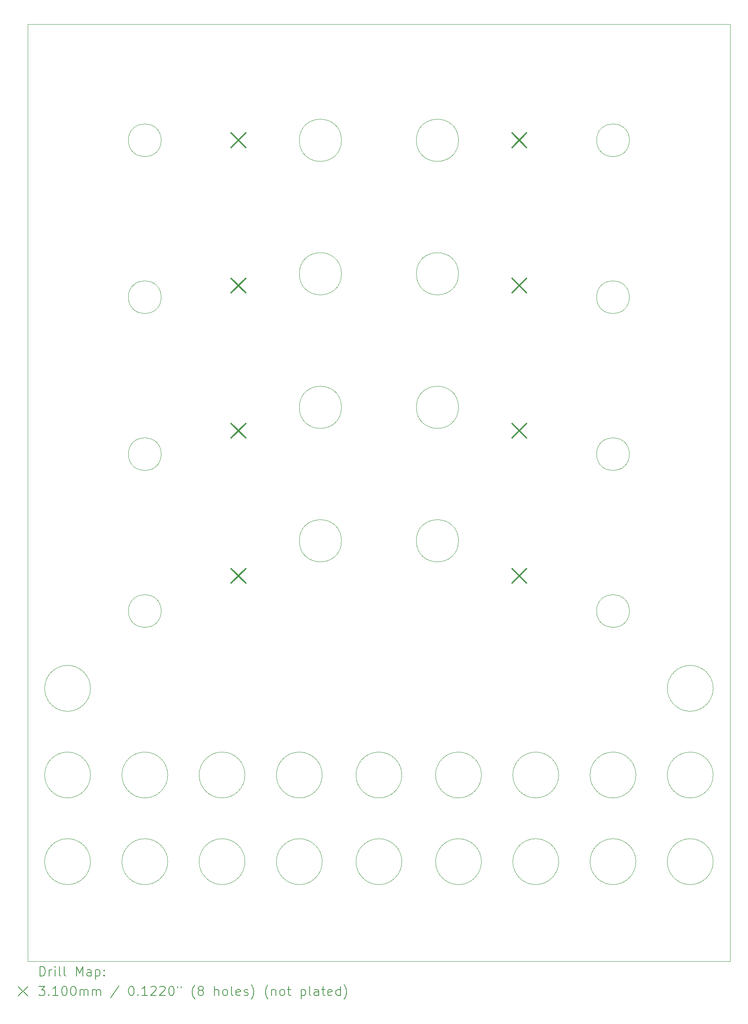
<source format=gbr>
%TF.GenerationSoftware,KiCad,Pcbnew,9.0.4*%
%TF.CreationDate,2025-10-03T19:57:34+02:00*%
%TF.ProjectId,DMH_VCEG_PANEL,444d485f-5643-4454-975f-50414e454c2e,rev?*%
%TF.SameCoordinates,Original*%
%TF.FileFunction,Drillmap*%
%TF.FilePolarity,Positive*%
%FSLAX45Y45*%
G04 Gerber Fmt 4.5, Leading zero omitted, Abs format (unit mm)*
G04 Created by KiCad (PCBNEW 9.0.4) date 2025-10-03 19:57:34*
%MOMM*%
%LPD*%
G01*
G04 APERTURE LIST*
%ADD10C,0.050000*%
%ADD11C,0.200000*%
%ADD12C,0.310000*%
G04 APERTURE END LIST*
D10*
X2500000Y-3000000D02*
X17500000Y-3000000D01*
X17500000Y-23000000D01*
X2500000Y-23000000D01*
X2500000Y-3000000D01*
X15350000Y-8825000D02*
G75*
G02*
X14650000Y-8825000I-350000J0D01*
G01*
X14650000Y-8825000D02*
G75*
G02*
X15350000Y-8825000I350000J0D01*
G01*
X9200000Y-5475000D02*
G75*
G02*
X8300000Y-5475000I-450000J0D01*
G01*
X8300000Y-5475000D02*
G75*
G02*
X9200000Y-5475000I450000J0D01*
G01*
X12190000Y-20875000D02*
G75*
G02*
X11210000Y-20875000I-490000J0D01*
G01*
X11210000Y-20875000D02*
G75*
G02*
X12190000Y-20875000I490000J0D01*
G01*
X9200000Y-14025000D02*
G75*
G02*
X8300000Y-14025000I-450000J0D01*
G01*
X8300000Y-14025000D02*
G75*
G02*
X9200000Y-14025000I450000J0D01*
G01*
X9200000Y-8325000D02*
G75*
G02*
X8300000Y-8325000I-450000J0D01*
G01*
X8300000Y-8325000D02*
G75*
G02*
X9200000Y-8325000I450000J0D01*
G01*
X5350000Y-15525000D02*
G75*
G02*
X4650000Y-15525000I-350000J0D01*
G01*
X4650000Y-15525000D02*
G75*
G02*
X5350000Y-15525000I350000J0D01*
G01*
X11700000Y-11175000D02*
G75*
G02*
X10800000Y-11175000I-450000J0D01*
G01*
X10800000Y-11175000D02*
G75*
G02*
X11700000Y-11175000I450000J0D01*
G01*
X3840000Y-19025000D02*
G75*
G02*
X2860000Y-19025000I-490000J0D01*
G01*
X2860000Y-19025000D02*
G75*
G02*
X3840000Y-19025000I490000J0D01*
G01*
X11700000Y-8325000D02*
G75*
G02*
X10800000Y-8325000I-450000J0D01*
G01*
X10800000Y-8325000D02*
G75*
G02*
X11700000Y-8325000I450000J0D01*
G01*
X5350000Y-12175000D02*
G75*
G02*
X4650000Y-12175000I-350000J0D01*
G01*
X4650000Y-12175000D02*
G75*
G02*
X5350000Y-12175000I350000J0D01*
G01*
X7140000Y-20875000D02*
G75*
G02*
X6160000Y-20875000I-490000J0D01*
G01*
X6160000Y-20875000D02*
G75*
G02*
X7140000Y-20875000I490000J0D01*
G01*
X15490000Y-19025000D02*
G75*
G02*
X14510000Y-19025000I-490000J0D01*
G01*
X14510000Y-19025000D02*
G75*
G02*
X15490000Y-19025000I490000J0D01*
G01*
X13840000Y-19025000D02*
G75*
G02*
X12860000Y-19025000I-490000J0D01*
G01*
X12860000Y-19025000D02*
G75*
G02*
X13840000Y-19025000I490000J0D01*
G01*
X15350000Y-12175000D02*
G75*
G02*
X14650000Y-12175000I-350000J0D01*
G01*
X14650000Y-12175000D02*
G75*
G02*
X15350000Y-12175000I350000J0D01*
G01*
X15490000Y-20875000D02*
G75*
G02*
X14510000Y-20875000I-490000J0D01*
G01*
X14510000Y-20875000D02*
G75*
G02*
X15490000Y-20875000I490000J0D01*
G01*
X12190000Y-19025000D02*
G75*
G02*
X11210000Y-19025000I-490000J0D01*
G01*
X11210000Y-19025000D02*
G75*
G02*
X12190000Y-19025000I490000J0D01*
G01*
X10490000Y-19025000D02*
G75*
G02*
X9510000Y-19025000I-490000J0D01*
G01*
X9510000Y-19025000D02*
G75*
G02*
X10490000Y-19025000I490000J0D01*
G01*
X15350000Y-15525000D02*
G75*
G02*
X14650000Y-15525000I-350000J0D01*
G01*
X14650000Y-15525000D02*
G75*
G02*
X15350000Y-15525000I350000J0D01*
G01*
X9200000Y-11175000D02*
G75*
G02*
X8300000Y-11175000I-450000J0D01*
G01*
X8300000Y-11175000D02*
G75*
G02*
X9200000Y-11175000I450000J0D01*
G01*
X17140000Y-20875000D02*
G75*
G02*
X16160000Y-20875000I-490000J0D01*
G01*
X16160000Y-20875000D02*
G75*
G02*
X17140000Y-20875000I490000J0D01*
G01*
X15350000Y-5475000D02*
G75*
G02*
X14650000Y-5475000I-350000J0D01*
G01*
X14650000Y-5475000D02*
G75*
G02*
X15350000Y-5475000I350000J0D01*
G01*
X17140000Y-19025000D02*
G75*
G02*
X16160000Y-19025000I-490000J0D01*
G01*
X16160000Y-19025000D02*
G75*
G02*
X17140000Y-19025000I490000J0D01*
G01*
X5350000Y-8825000D02*
G75*
G02*
X4650000Y-8825000I-350000J0D01*
G01*
X4650000Y-8825000D02*
G75*
G02*
X5350000Y-8825000I350000J0D01*
G01*
X7140000Y-19025000D02*
G75*
G02*
X6160000Y-19025000I-490000J0D01*
G01*
X6160000Y-19025000D02*
G75*
G02*
X7140000Y-19025000I490000J0D01*
G01*
X8790000Y-19025000D02*
G75*
G02*
X7810000Y-19025000I-490000J0D01*
G01*
X7810000Y-19025000D02*
G75*
G02*
X8790000Y-19025000I490000J0D01*
G01*
X17140000Y-17175000D02*
G75*
G02*
X16160000Y-17175000I-490000J0D01*
G01*
X16160000Y-17175000D02*
G75*
G02*
X17140000Y-17175000I490000J0D01*
G01*
X5490000Y-19025000D02*
G75*
G02*
X4510000Y-19025000I-490000J0D01*
G01*
X4510000Y-19025000D02*
G75*
G02*
X5490000Y-19025000I490000J0D01*
G01*
X3840000Y-17175000D02*
G75*
G02*
X2860000Y-17175000I-490000J0D01*
G01*
X2860000Y-17175000D02*
G75*
G02*
X3840000Y-17175000I490000J0D01*
G01*
X11700000Y-14025000D02*
G75*
G02*
X10800000Y-14025000I-450000J0D01*
G01*
X10800000Y-14025000D02*
G75*
G02*
X11700000Y-14025000I450000J0D01*
G01*
X13840000Y-20875000D02*
G75*
G02*
X12860000Y-20875000I-490000J0D01*
G01*
X12860000Y-20875000D02*
G75*
G02*
X13840000Y-20875000I490000J0D01*
G01*
X10490000Y-20875000D02*
G75*
G02*
X9510000Y-20875000I-490000J0D01*
G01*
X9510000Y-20875000D02*
G75*
G02*
X10490000Y-20875000I490000J0D01*
G01*
X8790000Y-20875000D02*
G75*
G02*
X7810000Y-20875000I-490000J0D01*
G01*
X7810000Y-20875000D02*
G75*
G02*
X8790000Y-20875000I490000J0D01*
G01*
X11700000Y-5475000D02*
G75*
G02*
X10800000Y-5475000I-450000J0D01*
G01*
X10800000Y-5475000D02*
G75*
G02*
X11700000Y-5475000I450000J0D01*
G01*
X5490000Y-20875000D02*
G75*
G02*
X4510000Y-20875000I-490000J0D01*
G01*
X4510000Y-20875000D02*
G75*
G02*
X5490000Y-20875000I490000J0D01*
G01*
X5350000Y-5475000D02*
G75*
G02*
X4650000Y-5475000I-350000J0D01*
G01*
X4650000Y-5475000D02*
G75*
G02*
X5350000Y-5475000I350000J0D01*
G01*
X3840000Y-20875000D02*
G75*
G02*
X2860000Y-20875000I-490000J0D01*
G01*
X2860000Y-20875000D02*
G75*
G02*
X3840000Y-20875000I490000J0D01*
G01*
D11*
D12*
X6845000Y-5320000D02*
X7155000Y-5630000D01*
X7155000Y-5320000D02*
X6845000Y-5630000D01*
X6845000Y-8420000D02*
X7155000Y-8730000D01*
X7155000Y-8420000D02*
X6845000Y-8730000D01*
X6845000Y-11520000D02*
X7155000Y-11830000D01*
X7155000Y-11520000D02*
X6845000Y-11830000D01*
X6845000Y-14620000D02*
X7155000Y-14930000D01*
X7155000Y-14620000D02*
X6845000Y-14930000D01*
X12845000Y-5320000D02*
X13155000Y-5630000D01*
X13155000Y-5320000D02*
X12845000Y-5630000D01*
X12845000Y-8420000D02*
X13155000Y-8730000D01*
X13155000Y-8420000D02*
X12845000Y-8730000D01*
X12845000Y-11520000D02*
X13155000Y-11830000D01*
X13155000Y-11520000D02*
X12845000Y-11830000D01*
X12845000Y-14620000D02*
X13155000Y-14930000D01*
X13155000Y-14620000D02*
X12845000Y-14930000D01*
D11*
X2758277Y-23313984D02*
X2758277Y-23113984D01*
X2758277Y-23113984D02*
X2805896Y-23113984D01*
X2805896Y-23113984D02*
X2834467Y-23123508D01*
X2834467Y-23123508D02*
X2853515Y-23142555D01*
X2853515Y-23142555D02*
X2863039Y-23161603D01*
X2863039Y-23161603D02*
X2872562Y-23199698D01*
X2872562Y-23199698D02*
X2872562Y-23228269D01*
X2872562Y-23228269D02*
X2863039Y-23266365D01*
X2863039Y-23266365D02*
X2853515Y-23285412D01*
X2853515Y-23285412D02*
X2834467Y-23304460D01*
X2834467Y-23304460D02*
X2805896Y-23313984D01*
X2805896Y-23313984D02*
X2758277Y-23313984D01*
X2958277Y-23313984D02*
X2958277Y-23180650D01*
X2958277Y-23218746D02*
X2967801Y-23199698D01*
X2967801Y-23199698D02*
X2977324Y-23190174D01*
X2977324Y-23190174D02*
X2996372Y-23180650D01*
X2996372Y-23180650D02*
X3015420Y-23180650D01*
X3082086Y-23313984D02*
X3082086Y-23180650D01*
X3082086Y-23113984D02*
X3072562Y-23123508D01*
X3072562Y-23123508D02*
X3082086Y-23133031D01*
X3082086Y-23133031D02*
X3091610Y-23123508D01*
X3091610Y-23123508D02*
X3082086Y-23113984D01*
X3082086Y-23113984D02*
X3082086Y-23133031D01*
X3205896Y-23313984D02*
X3186848Y-23304460D01*
X3186848Y-23304460D02*
X3177324Y-23285412D01*
X3177324Y-23285412D02*
X3177324Y-23113984D01*
X3310658Y-23313984D02*
X3291610Y-23304460D01*
X3291610Y-23304460D02*
X3282086Y-23285412D01*
X3282086Y-23285412D02*
X3282086Y-23113984D01*
X3539229Y-23313984D02*
X3539229Y-23113984D01*
X3539229Y-23113984D02*
X3605896Y-23256841D01*
X3605896Y-23256841D02*
X3672562Y-23113984D01*
X3672562Y-23113984D02*
X3672562Y-23313984D01*
X3853515Y-23313984D02*
X3853515Y-23209222D01*
X3853515Y-23209222D02*
X3843991Y-23190174D01*
X3843991Y-23190174D02*
X3824943Y-23180650D01*
X3824943Y-23180650D02*
X3786848Y-23180650D01*
X3786848Y-23180650D02*
X3767801Y-23190174D01*
X3853515Y-23304460D02*
X3834467Y-23313984D01*
X3834467Y-23313984D02*
X3786848Y-23313984D01*
X3786848Y-23313984D02*
X3767801Y-23304460D01*
X3767801Y-23304460D02*
X3758277Y-23285412D01*
X3758277Y-23285412D02*
X3758277Y-23266365D01*
X3758277Y-23266365D02*
X3767801Y-23247317D01*
X3767801Y-23247317D02*
X3786848Y-23237793D01*
X3786848Y-23237793D02*
X3834467Y-23237793D01*
X3834467Y-23237793D02*
X3853515Y-23228269D01*
X3948753Y-23180650D02*
X3948753Y-23380650D01*
X3948753Y-23190174D02*
X3967801Y-23180650D01*
X3967801Y-23180650D02*
X4005896Y-23180650D01*
X4005896Y-23180650D02*
X4024943Y-23190174D01*
X4024943Y-23190174D02*
X4034467Y-23199698D01*
X4034467Y-23199698D02*
X4043991Y-23218746D01*
X4043991Y-23218746D02*
X4043991Y-23275888D01*
X4043991Y-23275888D02*
X4034467Y-23294936D01*
X4034467Y-23294936D02*
X4024943Y-23304460D01*
X4024943Y-23304460D02*
X4005896Y-23313984D01*
X4005896Y-23313984D02*
X3967801Y-23313984D01*
X3967801Y-23313984D02*
X3948753Y-23304460D01*
X4129705Y-23294936D02*
X4139229Y-23304460D01*
X4139229Y-23304460D02*
X4129705Y-23313984D01*
X4129705Y-23313984D02*
X4120182Y-23304460D01*
X4120182Y-23304460D02*
X4129705Y-23294936D01*
X4129705Y-23294936D02*
X4129705Y-23313984D01*
X4129705Y-23190174D02*
X4139229Y-23199698D01*
X4139229Y-23199698D02*
X4129705Y-23209222D01*
X4129705Y-23209222D02*
X4120182Y-23199698D01*
X4120182Y-23199698D02*
X4129705Y-23190174D01*
X4129705Y-23190174D02*
X4129705Y-23209222D01*
X2297500Y-23542500D02*
X2497500Y-23742500D01*
X2497500Y-23542500D02*
X2297500Y-23742500D01*
X2739229Y-23533984D02*
X2863039Y-23533984D01*
X2863039Y-23533984D02*
X2796372Y-23610174D01*
X2796372Y-23610174D02*
X2824943Y-23610174D01*
X2824943Y-23610174D02*
X2843991Y-23619698D01*
X2843991Y-23619698D02*
X2853515Y-23629222D01*
X2853515Y-23629222D02*
X2863039Y-23648269D01*
X2863039Y-23648269D02*
X2863039Y-23695888D01*
X2863039Y-23695888D02*
X2853515Y-23714936D01*
X2853515Y-23714936D02*
X2843991Y-23724460D01*
X2843991Y-23724460D02*
X2824943Y-23733984D01*
X2824943Y-23733984D02*
X2767801Y-23733984D01*
X2767801Y-23733984D02*
X2748753Y-23724460D01*
X2748753Y-23724460D02*
X2739229Y-23714936D01*
X2948753Y-23714936D02*
X2958277Y-23724460D01*
X2958277Y-23724460D02*
X2948753Y-23733984D01*
X2948753Y-23733984D02*
X2939229Y-23724460D01*
X2939229Y-23724460D02*
X2948753Y-23714936D01*
X2948753Y-23714936D02*
X2948753Y-23733984D01*
X3148753Y-23733984D02*
X3034467Y-23733984D01*
X3091610Y-23733984D02*
X3091610Y-23533984D01*
X3091610Y-23533984D02*
X3072562Y-23562555D01*
X3072562Y-23562555D02*
X3053515Y-23581603D01*
X3053515Y-23581603D02*
X3034467Y-23591127D01*
X3272562Y-23533984D02*
X3291610Y-23533984D01*
X3291610Y-23533984D02*
X3310658Y-23543508D01*
X3310658Y-23543508D02*
X3320182Y-23553031D01*
X3320182Y-23553031D02*
X3329705Y-23572079D01*
X3329705Y-23572079D02*
X3339229Y-23610174D01*
X3339229Y-23610174D02*
X3339229Y-23657793D01*
X3339229Y-23657793D02*
X3329705Y-23695888D01*
X3329705Y-23695888D02*
X3320182Y-23714936D01*
X3320182Y-23714936D02*
X3310658Y-23724460D01*
X3310658Y-23724460D02*
X3291610Y-23733984D01*
X3291610Y-23733984D02*
X3272562Y-23733984D01*
X3272562Y-23733984D02*
X3253515Y-23724460D01*
X3253515Y-23724460D02*
X3243991Y-23714936D01*
X3243991Y-23714936D02*
X3234467Y-23695888D01*
X3234467Y-23695888D02*
X3224943Y-23657793D01*
X3224943Y-23657793D02*
X3224943Y-23610174D01*
X3224943Y-23610174D02*
X3234467Y-23572079D01*
X3234467Y-23572079D02*
X3243991Y-23553031D01*
X3243991Y-23553031D02*
X3253515Y-23543508D01*
X3253515Y-23543508D02*
X3272562Y-23533984D01*
X3463039Y-23533984D02*
X3482086Y-23533984D01*
X3482086Y-23533984D02*
X3501134Y-23543508D01*
X3501134Y-23543508D02*
X3510658Y-23553031D01*
X3510658Y-23553031D02*
X3520182Y-23572079D01*
X3520182Y-23572079D02*
X3529705Y-23610174D01*
X3529705Y-23610174D02*
X3529705Y-23657793D01*
X3529705Y-23657793D02*
X3520182Y-23695888D01*
X3520182Y-23695888D02*
X3510658Y-23714936D01*
X3510658Y-23714936D02*
X3501134Y-23724460D01*
X3501134Y-23724460D02*
X3482086Y-23733984D01*
X3482086Y-23733984D02*
X3463039Y-23733984D01*
X3463039Y-23733984D02*
X3443991Y-23724460D01*
X3443991Y-23724460D02*
X3434467Y-23714936D01*
X3434467Y-23714936D02*
X3424943Y-23695888D01*
X3424943Y-23695888D02*
X3415420Y-23657793D01*
X3415420Y-23657793D02*
X3415420Y-23610174D01*
X3415420Y-23610174D02*
X3424943Y-23572079D01*
X3424943Y-23572079D02*
X3434467Y-23553031D01*
X3434467Y-23553031D02*
X3443991Y-23543508D01*
X3443991Y-23543508D02*
X3463039Y-23533984D01*
X3615420Y-23733984D02*
X3615420Y-23600650D01*
X3615420Y-23619698D02*
X3624943Y-23610174D01*
X3624943Y-23610174D02*
X3643991Y-23600650D01*
X3643991Y-23600650D02*
X3672563Y-23600650D01*
X3672563Y-23600650D02*
X3691610Y-23610174D01*
X3691610Y-23610174D02*
X3701134Y-23629222D01*
X3701134Y-23629222D02*
X3701134Y-23733984D01*
X3701134Y-23629222D02*
X3710658Y-23610174D01*
X3710658Y-23610174D02*
X3729705Y-23600650D01*
X3729705Y-23600650D02*
X3758277Y-23600650D01*
X3758277Y-23600650D02*
X3777324Y-23610174D01*
X3777324Y-23610174D02*
X3786848Y-23629222D01*
X3786848Y-23629222D02*
X3786848Y-23733984D01*
X3882086Y-23733984D02*
X3882086Y-23600650D01*
X3882086Y-23619698D02*
X3891610Y-23610174D01*
X3891610Y-23610174D02*
X3910658Y-23600650D01*
X3910658Y-23600650D02*
X3939229Y-23600650D01*
X3939229Y-23600650D02*
X3958277Y-23610174D01*
X3958277Y-23610174D02*
X3967801Y-23629222D01*
X3967801Y-23629222D02*
X3967801Y-23733984D01*
X3967801Y-23629222D02*
X3977324Y-23610174D01*
X3977324Y-23610174D02*
X3996372Y-23600650D01*
X3996372Y-23600650D02*
X4024943Y-23600650D01*
X4024943Y-23600650D02*
X4043991Y-23610174D01*
X4043991Y-23610174D02*
X4053515Y-23629222D01*
X4053515Y-23629222D02*
X4053515Y-23733984D01*
X4443991Y-23524460D02*
X4272563Y-23781603D01*
X4701134Y-23533984D02*
X4720182Y-23533984D01*
X4720182Y-23533984D02*
X4739229Y-23543508D01*
X4739229Y-23543508D02*
X4748753Y-23553031D01*
X4748753Y-23553031D02*
X4758277Y-23572079D01*
X4758277Y-23572079D02*
X4767801Y-23610174D01*
X4767801Y-23610174D02*
X4767801Y-23657793D01*
X4767801Y-23657793D02*
X4758277Y-23695888D01*
X4758277Y-23695888D02*
X4748753Y-23714936D01*
X4748753Y-23714936D02*
X4739229Y-23724460D01*
X4739229Y-23724460D02*
X4720182Y-23733984D01*
X4720182Y-23733984D02*
X4701134Y-23733984D01*
X4701134Y-23733984D02*
X4682087Y-23724460D01*
X4682087Y-23724460D02*
X4672563Y-23714936D01*
X4672563Y-23714936D02*
X4663039Y-23695888D01*
X4663039Y-23695888D02*
X4653515Y-23657793D01*
X4653515Y-23657793D02*
X4653515Y-23610174D01*
X4653515Y-23610174D02*
X4663039Y-23572079D01*
X4663039Y-23572079D02*
X4672563Y-23553031D01*
X4672563Y-23553031D02*
X4682087Y-23543508D01*
X4682087Y-23543508D02*
X4701134Y-23533984D01*
X4853515Y-23714936D02*
X4863039Y-23724460D01*
X4863039Y-23724460D02*
X4853515Y-23733984D01*
X4853515Y-23733984D02*
X4843991Y-23724460D01*
X4843991Y-23724460D02*
X4853515Y-23714936D01*
X4853515Y-23714936D02*
X4853515Y-23733984D01*
X5053515Y-23733984D02*
X4939229Y-23733984D01*
X4996372Y-23733984D02*
X4996372Y-23533984D01*
X4996372Y-23533984D02*
X4977325Y-23562555D01*
X4977325Y-23562555D02*
X4958277Y-23581603D01*
X4958277Y-23581603D02*
X4939229Y-23591127D01*
X5129706Y-23553031D02*
X5139229Y-23543508D01*
X5139229Y-23543508D02*
X5158277Y-23533984D01*
X5158277Y-23533984D02*
X5205896Y-23533984D01*
X5205896Y-23533984D02*
X5224944Y-23543508D01*
X5224944Y-23543508D02*
X5234468Y-23553031D01*
X5234468Y-23553031D02*
X5243991Y-23572079D01*
X5243991Y-23572079D02*
X5243991Y-23591127D01*
X5243991Y-23591127D02*
X5234468Y-23619698D01*
X5234468Y-23619698D02*
X5120182Y-23733984D01*
X5120182Y-23733984D02*
X5243991Y-23733984D01*
X5320182Y-23553031D02*
X5329706Y-23543508D01*
X5329706Y-23543508D02*
X5348753Y-23533984D01*
X5348753Y-23533984D02*
X5396372Y-23533984D01*
X5396372Y-23533984D02*
X5415420Y-23543508D01*
X5415420Y-23543508D02*
X5424944Y-23553031D01*
X5424944Y-23553031D02*
X5434468Y-23572079D01*
X5434468Y-23572079D02*
X5434468Y-23591127D01*
X5434468Y-23591127D02*
X5424944Y-23619698D01*
X5424944Y-23619698D02*
X5310658Y-23733984D01*
X5310658Y-23733984D02*
X5434468Y-23733984D01*
X5558277Y-23533984D02*
X5577325Y-23533984D01*
X5577325Y-23533984D02*
X5596372Y-23543508D01*
X5596372Y-23543508D02*
X5605896Y-23553031D01*
X5605896Y-23553031D02*
X5615420Y-23572079D01*
X5615420Y-23572079D02*
X5624944Y-23610174D01*
X5624944Y-23610174D02*
X5624944Y-23657793D01*
X5624944Y-23657793D02*
X5615420Y-23695888D01*
X5615420Y-23695888D02*
X5605896Y-23714936D01*
X5605896Y-23714936D02*
X5596372Y-23724460D01*
X5596372Y-23724460D02*
X5577325Y-23733984D01*
X5577325Y-23733984D02*
X5558277Y-23733984D01*
X5558277Y-23733984D02*
X5539229Y-23724460D01*
X5539229Y-23724460D02*
X5529706Y-23714936D01*
X5529706Y-23714936D02*
X5520182Y-23695888D01*
X5520182Y-23695888D02*
X5510658Y-23657793D01*
X5510658Y-23657793D02*
X5510658Y-23610174D01*
X5510658Y-23610174D02*
X5520182Y-23572079D01*
X5520182Y-23572079D02*
X5529706Y-23553031D01*
X5529706Y-23553031D02*
X5539229Y-23543508D01*
X5539229Y-23543508D02*
X5558277Y-23533984D01*
X5701134Y-23533984D02*
X5701134Y-23572079D01*
X5777325Y-23533984D02*
X5777325Y-23572079D01*
X6072563Y-23810174D02*
X6063039Y-23800650D01*
X6063039Y-23800650D02*
X6043991Y-23772079D01*
X6043991Y-23772079D02*
X6034468Y-23753031D01*
X6034468Y-23753031D02*
X6024944Y-23724460D01*
X6024944Y-23724460D02*
X6015420Y-23676841D01*
X6015420Y-23676841D02*
X6015420Y-23638746D01*
X6015420Y-23638746D02*
X6024944Y-23591127D01*
X6024944Y-23591127D02*
X6034468Y-23562555D01*
X6034468Y-23562555D02*
X6043991Y-23543508D01*
X6043991Y-23543508D02*
X6063039Y-23514936D01*
X6063039Y-23514936D02*
X6072563Y-23505412D01*
X6177325Y-23619698D02*
X6158277Y-23610174D01*
X6158277Y-23610174D02*
X6148753Y-23600650D01*
X6148753Y-23600650D02*
X6139229Y-23581603D01*
X6139229Y-23581603D02*
X6139229Y-23572079D01*
X6139229Y-23572079D02*
X6148753Y-23553031D01*
X6148753Y-23553031D02*
X6158277Y-23543508D01*
X6158277Y-23543508D02*
X6177325Y-23533984D01*
X6177325Y-23533984D02*
X6215420Y-23533984D01*
X6215420Y-23533984D02*
X6234468Y-23543508D01*
X6234468Y-23543508D02*
X6243991Y-23553031D01*
X6243991Y-23553031D02*
X6253515Y-23572079D01*
X6253515Y-23572079D02*
X6253515Y-23581603D01*
X6253515Y-23581603D02*
X6243991Y-23600650D01*
X6243991Y-23600650D02*
X6234468Y-23610174D01*
X6234468Y-23610174D02*
X6215420Y-23619698D01*
X6215420Y-23619698D02*
X6177325Y-23619698D01*
X6177325Y-23619698D02*
X6158277Y-23629222D01*
X6158277Y-23629222D02*
X6148753Y-23638746D01*
X6148753Y-23638746D02*
X6139229Y-23657793D01*
X6139229Y-23657793D02*
X6139229Y-23695888D01*
X6139229Y-23695888D02*
X6148753Y-23714936D01*
X6148753Y-23714936D02*
X6158277Y-23724460D01*
X6158277Y-23724460D02*
X6177325Y-23733984D01*
X6177325Y-23733984D02*
X6215420Y-23733984D01*
X6215420Y-23733984D02*
X6234468Y-23724460D01*
X6234468Y-23724460D02*
X6243991Y-23714936D01*
X6243991Y-23714936D02*
X6253515Y-23695888D01*
X6253515Y-23695888D02*
X6253515Y-23657793D01*
X6253515Y-23657793D02*
X6243991Y-23638746D01*
X6243991Y-23638746D02*
X6234468Y-23629222D01*
X6234468Y-23629222D02*
X6215420Y-23619698D01*
X6491610Y-23733984D02*
X6491610Y-23533984D01*
X6577325Y-23733984D02*
X6577325Y-23629222D01*
X6577325Y-23629222D02*
X6567801Y-23610174D01*
X6567801Y-23610174D02*
X6548753Y-23600650D01*
X6548753Y-23600650D02*
X6520182Y-23600650D01*
X6520182Y-23600650D02*
X6501134Y-23610174D01*
X6501134Y-23610174D02*
X6491610Y-23619698D01*
X6701134Y-23733984D02*
X6682087Y-23724460D01*
X6682087Y-23724460D02*
X6672563Y-23714936D01*
X6672563Y-23714936D02*
X6663039Y-23695888D01*
X6663039Y-23695888D02*
X6663039Y-23638746D01*
X6663039Y-23638746D02*
X6672563Y-23619698D01*
X6672563Y-23619698D02*
X6682087Y-23610174D01*
X6682087Y-23610174D02*
X6701134Y-23600650D01*
X6701134Y-23600650D02*
X6729706Y-23600650D01*
X6729706Y-23600650D02*
X6748753Y-23610174D01*
X6748753Y-23610174D02*
X6758277Y-23619698D01*
X6758277Y-23619698D02*
X6767801Y-23638746D01*
X6767801Y-23638746D02*
X6767801Y-23695888D01*
X6767801Y-23695888D02*
X6758277Y-23714936D01*
X6758277Y-23714936D02*
X6748753Y-23724460D01*
X6748753Y-23724460D02*
X6729706Y-23733984D01*
X6729706Y-23733984D02*
X6701134Y-23733984D01*
X6882087Y-23733984D02*
X6863039Y-23724460D01*
X6863039Y-23724460D02*
X6853515Y-23705412D01*
X6853515Y-23705412D02*
X6853515Y-23533984D01*
X7034468Y-23724460D02*
X7015420Y-23733984D01*
X7015420Y-23733984D02*
X6977325Y-23733984D01*
X6977325Y-23733984D02*
X6958277Y-23724460D01*
X6958277Y-23724460D02*
X6948753Y-23705412D01*
X6948753Y-23705412D02*
X6948753Y-23629222D01*
X6948753Y-23629222D02*
X6958277Y-23610174D01*
X6958277Y-23610174D02*
X6977325Y-23600650D01*
X6977325Y-23600650D02*
X7015420Y-23600650D01*
X7015420Y-23600650D02*
X7034468Y-23610174D01*
X7034468Y-23610174D02*
X7043991Y-23629222D01*
X7043991Y-23629222D02*
X7043991Y-23648269D01*
X7043991Y-23648269D02*
X6948753Y-23667317D01*
X7120182Y-23724460D02*
X7139230Y-23733984D01*
X7139230Y-23733984D02*
X7177325Y-23733984D01*
X7177325Y-23733984D02*
X7196372Y-23724460D01*
X7196372Y-23724460D02*
X7205896Y-23705412D01*
X7205896Y-23705412D02*
X7205896Y-23695888D01*
X7205896Y-23695888D02*
X7196372Y-23676841D01*
X7196372Y-23676841D02*
X7177325Y-23667317D01*
X7177325Y-23667317D02*
X7148753Y-23667317D01*
X7148753Y-23667317D02*
X7129706Y-23657793D01*
X7129706Y-23657793D02*
X7120182Y-23638746D01*
X7120182Y-23638746D02*
X7120182Y-23629222D01*
X7120182Y-23629222D02*
X7129706Y-23610174D01*
X7129706Y-23610174D02*
X7148753Y-23600650D01*
X7148753Y-23600650D02*
X7177325Y-23600650D01*
X7177325Y-23600650D02*
X7196372Y-23610174D01*
X7272563Y-23810174D02*
X7282087Y-23800650D01*
X7282087Y-23800650D02*
X7301134Y-23772079D01*
X7301134Y-23772079D02*
X7310658Y-23753031D01*
X7310658Y-23753031D02*
X7320182Y-23724460D01*
X7320182Y-23724460D02*
X7329706Y-23676841D01*
X7329706Y-23676841D02*
X7329706Y-23638746D01*
X7329706Y-23638746D02*
X7320182Y-23591127D01*
X7320182Y-23591127D02*
X7310658Y-23562555D01*
X7310658Y-23562555D02*
X7301134Y-23543508D01*
X7301134Y-23543508D02*
X7282087Y-23514936D01*
X7282087Y-23514936D02*
X7272563Y-23505412D01*
X7634468Y-23810174D02*
X7624944Y-23800650D01*
X7624944Y-23800650D02*
X7605896Y-23772079D01*
X7605896Y-23772079D02*
X7596372Y-23753031D01*
X7596372Y-23753031D02*
X7586849Y-23724460D01*
X7586849Y-23724460D02*
X7577325Y-23676841D01*
X7577325Y-23676841D02*
X7577325Y-23638746D01*
X7577325Y-23638746D02*
X7586849Y-23591127D01*
X7586849Y-23591127D02*
X7596372Y-23562555D01*
X7596372Y-23562555D02*
X7605896Y-23543508D01*
X7605896Y-23543508D02*
X7624944Y-23514936D01*
X7624944Y-23514936D02*
X7634468Y-23505412D01*
X7710658Y-23600650D02*
X7710658Y-23733984D01*
X7710658Y-23619698D02*
X7720182Y-23610174D01*
X7720182Y-23610174D02*
X7739230Y-23600650D01*
X7739230Y-23600650D02*
X7767801Y-23600650D01*
X7767801Y-23600650D02*
X7786849Y-23610174D01*
X7786849Y-23610174D02*
X7796372Y-23629222D01*
X7796372Y-23629222D02*
X7796372Y-23733984D01*
X7920182Y-23733984D02*
X7901134Y-23724460D01*
X7901134Y-23724460D02*
X7891611Y-23714936D01*
X7891611Y-23714936D02*
X7882087Y-23695888D01*
X7882087Y-23695888D02*
X7882087Y-23638746D01*
X7882087Y-23638746D02*
X7891611Y-23619698D01*
X7891611Y-23619698D02*
X7901134Y-23610174D01*
X7901134Y-23610174D02*
X7920182Y-23600650D01*
X7920182Y-23600650D02*
X7948753Y-23600650D01*
X7948753Y-23600650D02*
X7967801Y-23610174D01*
X7967801Y-23610174D02*
X7977325Y-23619698D01*
X7977325Y-23619698D02*
X7986849Y-23638746D01*
X7986849Y-23638746D02*
X7986849Y-23695888D01*
X7986849Y-23695888D02*
X7977325Y-23714936D01*
X7977325Y-23714936D02*
X7967801Y-23724460D01*
X7967801Y-23724460D02*
X7948753Y-23733984D01*
X7948753Y-23733984D02*
X7920182Y-23733984D01*
X8043992Y-23600650D02*
X8120182Y-23600650D01*
X8072563Y-23533984D02*
X8072563Y-23705412D01*
X8072563Y-23705412D02*
X8082087Y-23724460D01*
X8082087Y-23724460D02*
X8101134Y-23733984D01*
X8101134Y-23733984D02*
X8120182Y-23733984D01*
X8339230Y-23600650D02*
X8339230Y-23800650D01*
X8339230Y-23610174D02*
X8358277Y-23600650D01*
X8358277Y-23600650D02*
X8396373Y-23600650D01*
X8396373Y-23600650D02*
X8415420Y-23610174D01*
X8415420Y-23610174D02*
X8424944Y-23619698D01*
X8424944Y-23619698D02*
X8434468Y-23638746D01*
X8434468Y-23638746D02*
X8434468Y-23695888D01*
X8434468Y-23695888D02*
X8424944Y-23714936D01*
X8424944Y-23714936D02*
X8415420Y-23724460D01*
X8415420Y-23724460D02*
X8396373Y-23733984D01*
X8396373Y-23733984D02*
X8358277Y-23733984D01*
X8358277Y-23733984D02*
X8339230Y-23724460D01*
X8548754Y-23733984D02*
X8529706Y-23724460D01*
X8529706Y-23724460D02*
X8520182Y-23705412D01*
X8520182Y-23705412D02*
X8520182Y-23533984D01*
X8710658Y-23733984D02*
X8710658Y-23629222D01*
X8710658Y-23629222D02*
X8701135Y-23610174D01*
X8701135Y-23610174D02*
X8682087Y-23600650D01*
X8682087Y-23600650D02*
X8643992Y-23600650D01*
X8643992Y-23600650D02*
X8624944Y-23610174D01*
X8710658Y-23724460D02*
X8691611Y-23733984D01*
X8691611Y-23733984D02*
X8643992Y-23733984D01*
X8643992Y-23733984D02*
X8624944Y-23724460D01*
X8624944Y-23724460D02*
X8615420Y-23705412D01*
X8615420Y-23705412D02*
X8615420Y-23686365D01*
X8615420Y-23686365D02*
X8624944Y-23667317D01*
X8624944Y-23667317D02*
X8643992Y-23657793D01*
X8643992Y-23657793D02*
X8691611Y-23657793D01*
X8691611Y-23657793D02*
X8710658Y-23648269D01*
X8777325Y-23600650D02*
X8853515Y-23600650D01*
X8805896Y-23533984D02*
X8805896Y-23705412D01*
X8805896Y-23705412D02*
X8815420Y-23724460D01*
X8815420Y-23724460D02*
X8834468Y-23733984D01*
X8834468Y-23733984D02*
X8853515Y-23733984D01*
X8996373Y-23724460D02*
X8977325Y-23733984D01*
X8977325Y-23733984D02*
X8939230Y-23733984D01*
X8939230Y-23733984D02*
X8920182Y-23724460D01*
X8920182Y-23724460D02*
X8910658Y-23705412D01*
X8910658Y-23705412D02*
X8910658Y-23629222D01*
X8910658Y-23629222D02*
X8920182Y-23610174D01*
X8920182Y-23610174D02*
X8939230Y-23600650D01*
X8939230Y-23600650D02*
X8977325Y-23600650D01*
X8977325Y-23600650D02*
X8996373Y-23610174D01*
X8996373Y-23610174D02*
X9005896Y-23629222D01*
X9005896Y-23629222D02*
X9005896Y-23648269D01*
X9005896Y-23648269D02*
X8910658Y-23667317D01*
X9177325Y-23733984D02*
X9177325Y-23533984D01*
X9177325Y-23724460D02*
X9158277Y-23733984D01*
X9158277Y-23733984D02*
X9120182Y-23733984D01*
X9120182Y-23733984D02*
X9101135Y-23724460D01*
X9101135Y-23724460D02*
X9091611Y-23714936D01*
X9091611Y-23714936D02*
X9082087Y-23695888D01*
X9082087Y-23695888D02*
X9082087Y-23638746D01*
X9082087Y-23638746D02*
X9091611Y-23619698D01*
X9091611Y-23619698D02*
X9101135Y-23610174D01*
X9101135Y-23610174D02*
X9120182Y-23600650D01*
X9120182Y-23600650D02*
X9158277Y-23600650D01*
X9158277Y-23600650D02*
X9177325Y-23610174D01*
X9253516Y-23810174D02*
X9263039Y-23800650D01*
X9263039Y-23800650D02*
X9282087Y-23772079D01*
X9282087Y-23772079D02*
X9291611Y-23753031D01*
X9291611Y-23753031D02*
X9301135Y-23724460D01*
X9301135Y-23724460D02*
X9310658Y-23676841D01*
X9310658Y-23676841D02*
X9310658Y-23638746D01*
X9310658Y-23638746D02*
X9301135Y-23591127D01*
X9301135Y-23591127D02*
X9291611Y-23562555D01*
X9291611Y-23562555D02*
X9282087Y-23543508D01*
X9282087Y-23543508D02*
X9263039Y-23514936D01*
X9263039Y-23514936D02*
X9253516Y-23505412D01*
M02*

</source>
